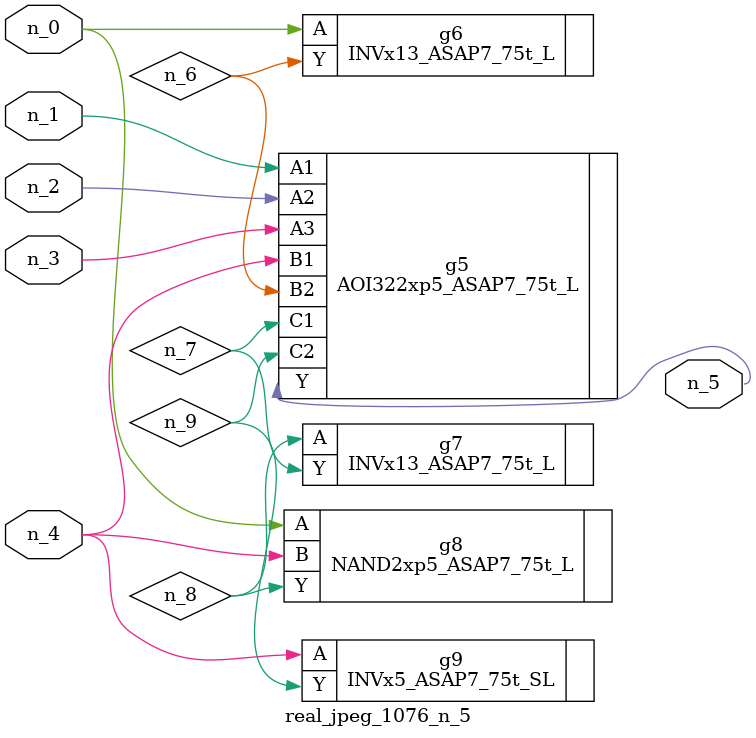
<source format=v>
module real_jpeg_1076_n_5 (n_4, n_0, n_1, n_2, n_3, n_5);

input n_4;
input n_0;
input n_1;
input n_2;
input n_3;

output n_5;

wire n_8;
wire n_6;
wire n_7;
wire n_9;

INVx13_ASAP7_75t_L g6 ( 
.A(n_0),
.Y(n_6)
);

NAND2xp5_ASAP7_75t_L g8 ( 
.A(n_0),
.B(n_4),
.Y(n_8)
);

AOI322xp5_ASAP7_75t_L g5 ( 
.A1(n_1),
.A2(n_2),
.A3(n_3),
.B1(n_4),
.B2(n_6),
.C1(n_7),
.C2(n_9),
.Y(n_5)
);

INVx5_ASAP7_75t_SL g9 ( 
.A(n_4),
.Y(n_9)
);

INVx13_ASAP7_75t_L g7 ( 
.A(n_8),
.Y(n_7)
);


endmodule
</source>
